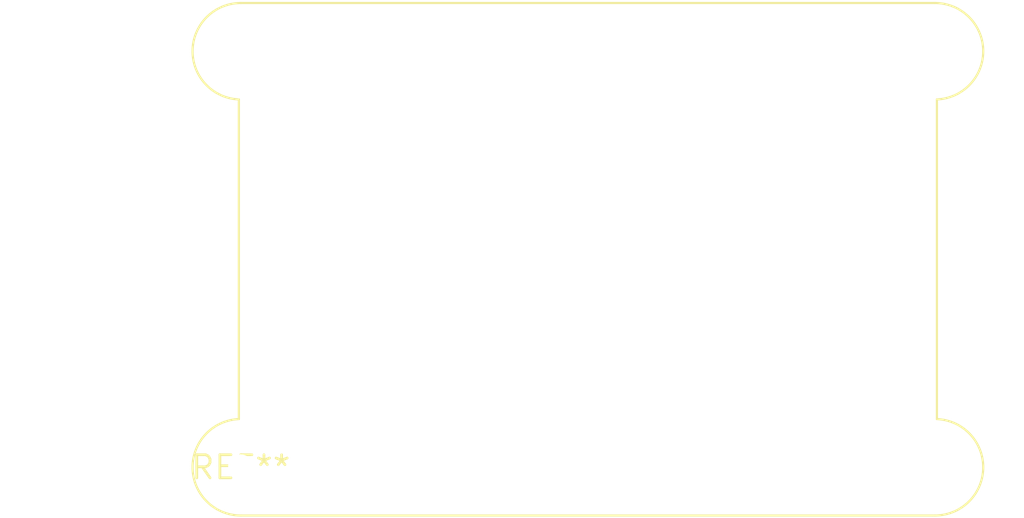
<source format=kicad_pcb>
(kicad_pcb (version 20240108) (generator pcbnew)
  (layers (0 "F.Cu" signal) (31 "B.Cu" signal) (34 "B.Paste" user) (35 "F.Paste" user) (36 "B.SilkS" user "B.Silkscreen") (37 "F.SilkS" user "F.Silkscreen") (38 "B.Mask" user) (39 "F.Mask" user) (44 "Edge.Cuts" user))
  (net 0 "")
  (footprint "L_Mount_Lodestone_VTM280" (layer "F.Cu") (at 0 0)
    (property "Reference" "REF**")
    (property "Value" "L_Mount_Lodestone_VTM280")
    (fp_line (start -0.11 -2.65) (end -0.11 -20.21) (layer "F.SilkS") (stroke (width 0.12)))
    (fp_line (start 0 -25.51) (end 38.1 -25.51) (layer "F.SilkS") (stroke (width 0.12)))
    (fp_line (start 0 2.65) (end 38.1 2.65) (layer "F.SilkS") (stroke (width 0.12)))
    (fp_line (start 38.21 -2.65) (end 38.21 -20.21) (layer "F.SilkS") (stroke (width 0.12)))
    (fp_arc (start -0.11097 -20.212325) (mid -2.649418 -22.915497) (end 0 -25.51) (layer "F.SilkS") (stroke (width 0.12)))
    (fp_arc (start 0 2.65) (mid -2.649419 0.055497) (end -0.11097 -2.647675) (layer "F.SilkS") (stroke (width 0.12)))
    (fp_arc (start 38.1 -25.51) (mid 40.749419 -22.915497) (end 38.21097 -20.212325) (layer "F.SilkS") (stroke (width 0.12)))
    (fp_arc (start 38.21097 -2.647675) (mid 40.749418 0.055497) (end 38.1 2.65) (layer "F.SilkS") (stroke (width 0.12)))
    (pad "1" thru_hole circle (at 0 0) (size 2.4 2.4) (drill 1.4) (layers *.Cu *.Mask) (remove_unused_layers))
    (pad "2" thru_hole circle (at 38.1 -22.86) (size 2.4 2.4) (drill 1.4) (layers *.Cu *.Mask) (remove_unused_layers))
    (pad "3" thru_hole circle (at 0 -22.86) (size 2.4 2.4) (drill 1.4) (layers *.Cu *.Mask) (remove_unused_layers))
    (pad "4" thru_hole circle (at 38.1 0) (size 2.4 2.4) (drill 1.4) (layers *.Cu *.Mask) (remove_unused_layers))
  )
)
</source>
